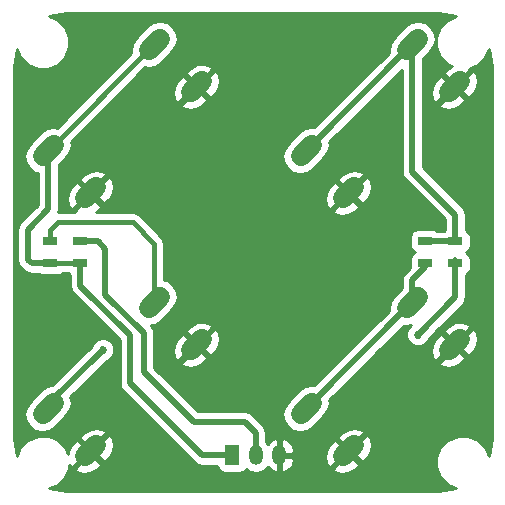
<source format=gtl>
%TF.GenerationSoftware,KiCad,Pcbnew,4.0.7*%
%TF.CreationDate,2018-07-15T20:14:49+02:00*%
%TF.ProjectId,KeyPad,4B65795061642E6B696361645F706362,v1.0*%
%TF.FileFunction,Copper,L1,Top,Signal*%
%FSLAX46Y46*%
G04 Gerber Fmt 4.6, Leading zero omitted, Abs format (unit mm)*
G04 Created by KiCad (PCBNEW 4.0.7) date 07/15/18 20:14:49*
%MOMM*%
%LPD*%
G01*
G04 APERTURE LIST*
%ADD10C,0.127000*%
%ADD11C,1.727200*%
%ADD12R,1.200000X1.700000*%
%ADD13O,1.200000X1.700000*%
%ADD14R,1.300000X0.700000*%
%ADD15C,0.685800*%
%ADD16C,0.500000*%
%ADD17C,0.400000*%
%ADD18C,0.254000*%
G04 APERTURE END LIST*
D10*
D11*
X32580104Y-2308794D02*
X33514050Y-1374848D01*
X36172206Y-5900896D02*
X37106152Y-4966950D01*
X23599848Y-11289050D02*
X24533794Y-10355104D01*
X27191950Y-14881152D02*
X28125896Y-13947206D01*
X10736104Y-2308794D02*
X11670050Y-1374848D01*
X14328206Y-5900896D02*
X15262152Y-4966950D01*
X1755848Y-11289050D02*
X2689794Y-10355104D01*
X5347950Y-14881152D02*
X6281896Y-13947206D01*
D12*
X17805400Y-36626800D03*
D13*
X19805400Y-36626800D03*
X21805400Y-36626800D03*
D14*
X4953000Y-18481000D03*
X4953000Y-20381000D03*
X2413000Y-20381000D03*
X2413000Y-18481000D03*
X36703000Y-20381000D03*
X36703000Y-18481000D03*
X34163000Y-18481000D03*
X34163000Y-20381000D03*
D11*
X10736104Y-24152794D02*
X11670050Y-23218848D01*
X14328206Y-27744896D02*
X15262152Y-26810950D01*
X1755848Y-33133050D02*
X2689794Y-32199104D01*
X5347950Y-36725152D02*
X6281896Y-35791206D01*
X32580104Y-24152794D02*
X33514050Y-23218848D01*
X36172206Y-27744896D02*
X37106152Y-26810950D01*
X23599848Y-33133050D02*
X24533794Y-32199104D01*
X27191950Y-36725152D02*
X28125896Y-35791206D01*
D15*
X33528000Y-26416000D03*
X6858000Y-27686000D03*
D16*
X19805400Y-36626800D02*
X19805400Y-34715200D01*
X6416000Y-18481000D02*
X4953000Y-18481000D01*
X7086600Y-19151600D02*
X6416000Y-18481000D01*
X7086600Y-23012400D02*
X7086600Y-19151600D01*
X10337800Y-26263600D02*
X7086600Y-23012400D01*
X10337800Y-29565600D02*
X10337800Y-26263600D01*
X14554200Y-33782000D02*
X10337800Y-29565600D01*
X18872200Y-33782000D02*
X14554200Y-33782000D01*
X19805400Y-34715200D02*
X18872200Y-33782000D01*
X36703000Y-20381000D02*
X36703000Y-23241000D01*
X36703000Y-23241000D02*
X33528000Y-26416000D01*
X36703000Y-20381000D02*
X36703000Y-20066000D01*
X2222821Y-32666077D02*
X2222821Y-32321179D01*
X2222821Y-32321179D02*
X6858000Y-27686000D01*
D17*
X2413000Y-18481000D02*
X2413000Y-17526000D01*
X11203077Y-18696077D02*
X11203077Y-19431000D01*
X11203077Y-19431000D02*
X11203077Y-20701000D01*
X11203077Y-20701000D02*
X11203077Y-23685821D01*
X9398000Y-16891000D02*
X11203077Y-18696077D01*
X3048000Y-16891000D02*
X9398000Y-16891000D01*
X2413000Y-17526000D02*
X3048000Y-16891000D01*
D16*
X24066821Y-10822077D02*
X33047077Y-1841821D01*
X36703000Y-18481000D02*
X34163000Y-18481000D01*
X33047077Y-1841821D02*
X33047077Y-12600077D01*
X36703000Y-16256000D02*
X36703000Y-18481000D01*
X33047077Y-12600077D02*
X36703000Y-16256000D01*
X33047077Y-23685821D02*
X33047077Y-21816923D01*
X33047077Y-21816923D02*
X34163000Y-20701000D01*
X34163000Y-20701000D02*
X34163000Y-20381000D01*
X24066821Y-32666077D02*
X33047077Y-23685821D01*
X17805400Y-36626800D02*
X15265400Y-36626800D01*
X4953000Y-22250400D02*
X4953000Y-20381000D01*
X9169400Y-26466800D02*
X4953000Y-22250400D01*
X9169400Y-30530800D02*
X9169400Y-26466800D01*
X15265400Y-36626800D02*
X9169400Y-30530800D01*
X823000Y-20381000D02*
X2413000Y-20381000D01*
X508000Y-20066000D02*
X823000Y-20381000D01*
X508000Y-17526000D02*
X508000Y-20066000D01*
D17*
X2413000Y-20381000D02*
X4953000Y-20381000D01*
D16*
X2222821Y-15811179D02*
X508000Y-17526000D01*
X2222821Y-10822077D02*
X2222821Y-15811179D01*
D17*
X2222821Y-10822077D02*
X11203077Y-1841821D01*
D18*
G36*
X36791710Y541551D02*
X36073628Y244845D01*
X35444364Y-383321D01*
X35103389Y-1204481D01*
X35102613Y-2093619D01*
X35442155Y-2915372D01*
X36070321Y-3544636D01*
X36390006Y-3677381D01*
X36136285Y-3817477D01*
X35669311Y-4284450D01*
X36639179Y-5254318D01*
X37959501Y-3933996D01*
X37925728Y-3826429D01*
X38602372Y-3546845D01*
X39231636Y-2918679D01*
X39530756Y-2198318D01*
X39814500Y-3624794D01*
X39814500Y-35237206D01*
X39530551Y-36664710D01*
X39233845Y-35946628D01*
X38605679Y-35317364D01*
X37784519Y-34976389D01*
X36895381Y-34975613D01*
X36073628Y-35315155D01*
X35444364Y-35943321D01*
X35103389Y-36764481D01*
X35102613Y-37653619D01*
X35442155Y-38475372D01*
X36070321Y-39104636D01*
X36790682Y-39403756D01*
X35364201Y-39687500D01*
X3751794Y-39687500D01*
X2324290Y-39403551D01*
X3042372Y-39106845D01*
X3671636Y-38478679D01*
X3970843Y-37758106D01*
X4494601Y-37758106D01*
X4573009Y-38007833D01*
X4657128Y-38061078D01*
X5220950Y-38223753D01*
X5804106Y-38158279D01*
X6317817Y-37874625D01*
X6784791Y-37407652D01*
X5814923Y-36437784D01*
X4494601Y-37758106D01*
X3970843Y-37758106D01*
X4012611Y-37657519D01*
X4012821Y-37417233D01*
X4065269Y-37500093D01*
X4314996Y-37578501D01*
X5635318Y-36258179D01*
X5994528Y-36258179D01*
X6964396Y-37228047D01*
X7431369Y-36761073D01*
X7715023Y-36247362D01*
X7780497Y-35664206D01*
X7617822Y-35100384D01*
X7564577Y-35016265D01*
X7314850Y-34937857D01*
X5994528Y-36258179D01*
X5635318Y-36258179D01*
X4665450Y-35288311D01*
X4198477Y-35755285D01*
X3914823Y-36268996D01*
X3891794Y-36474105D01*
X3673845Y-35946628D01*
X3045679Y-35317364D01*
X2543175Y-35108706D01*
X4845055Y-35108706D01*
X5814923Y-36078574D01*
X7135245Y-34758252D01*
X7056837Y-34508525D01*
X6972718Y-34455280D01*
X6408896Y-34292605D01*
X5825740Y-34358079D01*
X5312029Y-34641733D01*
X4845055Y-35108706D01*
X2543175Y-35108706D01*
X2224519Y-34976389D01*
X1335381Y-34975613D01*
X513628Y-35315155D01*
X-115636Y-35943321D01*
X-414756Y-36663682D01*
X-698500Y-35237201D01*
X-698500Y-33162959D01*
X227339Y-33162959D01*
X341413Y-33736449D01*
X666269Y-34222629D01*
X1152449Y-34547485D01*
X1725939Y-34661559D01*
X2299429Y-34547485D01*
X2785609Y-34222629D01*
X3779374Y-33228865D01*
X4104229Y-32742684D01*
X4218303Y-32169195D01*
X4120098Y-31675482D01*
X7187733Y-28607846D01*
X7411212Y-28515507D01*
X7686540Y-28240659D01*
X7835730Y-27881370D01*
X7836069Y-27492337D01*
X7687507Y-27132788D01*
X7412659Y-26857460D01*
X7053370Y-26708270D01*
X6664337Y-26707931D01*
X6304788Y-26856493D01*
X6029460Y-27131341D01*
X5935997Y-27356423D01*
X2597522Y-30694898D01*
X2146214Y-30784669D01*
X1660033Y-31109524D01*
X666269Y-32103289D01*
X341413Y-32589469D01*
X227339Y-33162959D01*
X-698500Y-33162959D01*
X-698500Y-17526000D01*
X-377001Y-17526000D01*
X-377000Y-17526005D01*
X-377000Y-20065995D01*
X-377001Y-20066000D01*
X-320810Y-20348484D01*
X-309633Y-20404675D01*
X-117790Y-20691790D01*
X197208Y-21006787D01*
X197210Y-21006790D01*
X484325Y-21198633D01*
X823000Y-21266001D01*
X823005Y-21266000D01*
X1421203Y-21266000D01*
X1511110Y-21327431D01*
X1763000Y-21378440D01*
X3063000Y-21378440D01*
X3298317Y-21334162D01*
X3481946Y-21216000D01*
X3888025Y-21216000D01*
X4051110Y-21327431D01*
X4068000Y-21330851D01*
X4068000Y-22250395D01*
X4067999Y-22250400D01*
X4124190Y-22532884D01*
X4135367Y-22589075D01*
X4191929Y-22673726D01*
X4327210Y-22876190D01*
X8284400Y-26833379D01*
X8284400Y-30530795D01*
X8284399Y-30530800D01*
X8312207Y-30670595D01*
X8351767Y-30869475D01*
X8512162Y-31109524D01*
X8543610Y-31156590D01*
X14639608Y-37252587D01*
X14639610Y-37252590D01*
X14926725Y-37444433D01*
X14982916Y-37455610D01*
X15265400Y-37511801D01*
X15265405Y-37511800D01*
X16564546Y-37511800D01*
X16602238Y-37712117D01*
X16741310Y-37928241D01*
X16953510Y-38073231D01*
X17205400Y-38124240D01*
X18405400Y-38124240D01*
X18640717Y-38079962D01*
X18856841Y-37940890D01*
X18956301Y-37795325D01*
X19332786Y-38046884D01*
X19805400Y-38140893D01*
X20278014Y-38046884D01*
X20678677Y-37779170D01*
X20807810Y-37585909D01*
X20976275Y-37808733D01*
X21396024Y-38055086D01*
X21487791Y-38070262D01*
X21678400Y-37945531D01*
X21678400Y-36753800D01*
X21932400Y-36753800D01*
X21932400Y-37945531D01*
X22123009Y-38070262D01*
X22214776Y-38055086D01*
X22634525Y-37808733D01*
X22672801Y-37758106D01*
X26338601Y-37758106D01*
X26417009Y-38007833D01*
X26501128Y-38061078D01*
X27064950Y-38223753D01*
X27648106Y-38158279D01*
X28161817Y-37874625D01*
X28628791Y-37407652D01*
X27658923Y-36437784D01*
X26338601Y-37758106D01*
X22672801Y-37758106D01*
X22928047Y-37420501D01*
X23050656Y-36949496D01*
X22969721Y-36852152D01*
X25693349Y-36852152D01*
X25856024Y-37415974D01*
X25909269Y-37500093D01*
X26158996Y-37578501D01*
X27479318Y-36258179D01*
X27838528Y-36258179D01*
X28808396Y-37228047D01*
X29275369Y-36761073D01*
X29559023Y-36247362D01*
X29624497Y-35664206D01*
X29461822Y-35100384D01*
X29408577Y-35016265D01*
X29158850Y-34937857D01*
X27838528Y-36258179D01*
X27479318Y-36258179D01*
X26509450Y-35288311D01*
X26042477Y-35755285D01*
X25758823Y-36268996D01*
X25693349Y-36852152D01*
X22969721Y-36852152D01*
X22887947Y-36753800D01*
X21932400Y-36753800D01*
X21678400Y-36753800D01*
X21658400Y-36753800D01*
X21658400Y-36499800D01*
X21678400Y-36499800D01*
X21678400Y-35308069D01*
X21932400Y-35308069D01*
X21932400Y-36499800D01*
X22887947Y-36499800D01*
X23050656Y-36304104D01*
X22928047Y-35833099D01*
X22634525Y-35444867D01*
X22214776Y-35198514D01*
X22123009Y-35183338D01*
X21932400Y-35308069D01*
X21678400Y-35308069D01*
X21487791Y-35183338D01*
X21396024Y-35198514D01*
X20976275Y-35444867D01*
X20807810Y-35667691D01*
X20690400Y-35491975D01*
X20690400Y-35108706D01*
X26689055Y-35108706D01*
X27658923Y-36078574D01*
X28979245Y-34758252D01*
X28900837Y-34508525D01*
X28816718Y-34455280D01*
X28252896Y-34292605D01*
X27669740Y-34358079D01*
X27156029Y-34641733D01*
X26689055Y-35108706D01*
X20690400Y-35108706D01*
X20690400Y-34715205D01*
X20690401Y-34715200D01*
X20623033Y-34376525D01*
X20610708Y-34358079D01*
X20431190Y-34089410D01*
X20431187Y-34089408D01*
X19497990Y-33156210D01*
X19471952Y-33138812D01*
X19210875Y-32964367D01*
X19123410Y-32946969D01*
X18872200Y-32896999D01*
X18872195Y-32897000D01*
X14920779Y-32897000D01*
X11222800Y-29199020D01*
X11222800Y-28777850D01*
X13474857Y-28777850D01*
X13553265Y-29027577D01*
X13637384Y-29080822D01*
X14201206Y-29243497D01*
X14784362Y-29178023D01*
X15298073Y-28894369D01*
X15765047Y-28427396D01*
X14795179Y-27457528D01*
X13474857Y-28777850D01*
X11222800Y-28777850D01*
X11222800Y-27871896D01*
X12829605Y-27871896D01*
X12992280Y-28435718D01*
X13045525Y-28519837D01*
X13295252Y-28598245D01*
X14615574Y-27277923D01*
X14974784Y-27277923D01*
X15944652Y-28247791D01*
X16411625Y-27780817D01*
X16695279Y-27267106D01*
X16760753Y-26683950D01*
X16598078Y-26120128D01*
X16544833Y-26036009D01*
X16295106Y-25957601D01*
X14974784Y-27277923D01*
X14615574Y-27277923D01*
X13645706Y-26308055D01*
X13178733Y-26775029D01*
X12895079Y-27288740D01*
X12829605Y-27871896D01*
X11222800Y-27871896D01*
X11222800Y-26263605D01*
X11222801Y-26263600D01*
X11195918Y-26128450D01*
X13825311Y-26128450D01*
X14795179Y-27098318D01*
X16115501Y-25777996D01*
X16037093Y-25528269D01*
X15952974Y-25475024D01*
X15389152Y-25312349D01*
X14805996Y-25377823D01*
X14292285Y-25661477D01*
X13825311Y-26128450D01*
X11195918Y-26128450D01*
X11155433Y-25924925D01*
X10963590Y-25637810D01*
X10963587Y-25637808D01*
X10957162Y-25631383D01*
X11279685Y-25567229D01*
X11765865Y-25242373D01*
X12759630Y-24248609D01*
X13084485Y-23762428D01*
X13198559Y-23188939D01*
X13084485Y-22615449D01*
X12759630Y-22129268D01*
X12273449Y-21804413D01*
X12038077Y-21757595D01*
X12038077Y-18696077D01*
X11974516Y-18376536D01*
X11793511Y-18105643D01*
X9988434Y-16300566D01*
X9863485Y-16217078D01*
X9717541Y-16119561D01*
X9398000Y-16056000D01*
X6271862Y-16056000D01*
X6317817Y-16030625D01*
X6434336Y-15914106D01*
X26338601Y-15914106D01*
X26417009Y-16163833D01*
X26501128Y-16217078D01*
X27064950Y-16379753D01*
X27648106Y-16314279D01*
X28161817Y-16030625D01*
X28628791Y-15563652D01*
X27658923Y-14593784D01*
X26338601Y-15914106D01*
X6434336Y-15914106D01*
X6784791Y-15563652D01*
X5814923Y-14593784D01*
X4494601Y-15914106D01*
X4539152Y-16056000D01*
X3059123Y-16056000D01*
X3107822Y-15811179D01*
X3107821Y-15811174D01*
X3107821Y-15008152D01*
X3849349Y-15008152D01*
X4012024Y-15571974D01*
X4065269Y-15656093D01*
X4314996Y-15734501D01*
X5635318Y-14414179D01*
X5994528Y-14414179D01*
X6964396Y-15384047D01*
X7340290Y-15008152D01*
X25693349Y-15008152D01*
X25856024Y-15571974D01*
X25909269Y-15656093D01*
X26158996Y-15734501D01*
X27479318Y-14414179D01*
X27838528Y-14414179D01*
X28808396Y-15384047D01*
X29275369Y-14917073D01*
X29559023Y-14403362D01*
X29624497Y-13820206D01*
X29461822Y-13256384D01*
X29408577Y-13172265D01*
X29158850Y-13093857D01*
X27838528Y-14414179D01*
X27479318Y-14414179D01*
X26509450Y-13444311D01*
X26042477Y-13911285D01*
X25758823Y-14424996D01*
X25693349Y-15008152D01*
X7340290Y-15008152D01*
X7431369Y-14917073D01*
X7715023Y-14403362D01*
X7780497Y-13820206D01*
X7620224Y-13264706D01*
X26689055Y-13264706D01*
X27658923Y-14234574D01*
X28979245Y-12914252D01*
X28900837Y-12664525D01*
X28816718Y-12611280D01*
X28252896Y-12448605D01*
X27669740Y-12514079D01*
X27156029Y-12797733D01*
X26689055Y-13264706D01*
X7620224Y-13264706D01*
X7617822Y-13256384D01*
X7564577Y-13172265D01*
X7314850Y-13093857D01*
X5994528Y-14414179D01*
X5635318Y-14414179D01*
X4665450Y-13444311D01*
X4198477Y-13911285D01*
X3914823Y-14424996D01*
X3849349Y-15008152D01*
X3107821Y-15008152D01*
X3107821Y-13264706D01*
X4845055Y-13264706D01*
X5814923Y-14234574D01*
X7135245Y-12914252D01*
X7056837Y-12664525D01*
X6972718Y-12611280D01*
X6408896Y-12448605D01*
X5825740Y-12514079D01*
X5312029Y-12797733D01*
X4845055Y-13264706D01*
X3107821Y-13264706D01*
X3107821Y-12056417D01*
X3779374Y-11384865D01*
X3823410Y-11318959D01*
X22071339Y-11318959D01*
X22185413Y-11892449D01*
X22510269Y-12378629D01*
X22996449Y-12703485D01*
X23569939Y-12817559D01*
X24143429Y-12703485D01*
X24629609Y-12378629D01*
X25623374Y-11384865D01*
X25948229Y-10898684D01*
X26062303Y-10325195D01*
X26021320Y-10119158D01*
X32162077Y-3978400D01*
X32162077Y-12600072D01*
X32162076Y-12600077D01*
X32182646Y-12703485D01*
X32229444Y-12938752D01*
X32421287Y-13225867D01*
X35818000Y-16622579D01*
X35818000Y-17527778D01*
X35817683Y-17527838D01*
X35711756Y-17596000D01*
X35154797Y-17596000D01*
X35064890Y-17534569D01*
X34813000Y-17483560D01*
X33513000Y-17483560D01*
X33277683Y-17527838D01*
X33061559Y-17666910D01*
X32916569Y-17879110D01*
X32865560Y-18131000D01*
X32865560Y-18831000D01*
X32909838Y-19066317D01*
X33048910Y-19282441D01*
X33261110Y-19427431D01*
X33274197Y-19430081D01*
X33061559Y-19566910D01*
X32916569Y-19779110D01*
X32865560Y-20031000D01*
X32865560Y-20731000D01*
X32868072Y-20744349D01*
X32421287Y-21191133D01*
X32229444Y-21478248D01*
X32229444Y-21478249D01*
X32162076Y-21816923D01*
X32162077Y-21816928D01*
X32162077Y-22451480D01*
X31490525Y-23123033D01*
X31165669Y-23609213D01*
X31051595Y-24182703D01*
X31092578Y-24388741D01*
X24769740Y-30711578D01*
X24563703Y-30670595D01*
X23990214Y-30784669D01*
X23504033Y-31109524D01*
X22510269Y-32103289D01*
X22185413Y-32589469D01*
X22071339Y-33162959D01*
X22185413Y-33736449D01*
X22510269Y-34222629D01*
X22996449Y-34547485D01*
X23569939Y-34661559D01*
X24143429Y-34547485D01*
X24629609Y-34222629D01*
X25623374Y-33228865D01*
X25948229Y-32742684D01*
X26062303Y-32169195D01*
X26021320Y-31963158D01*
X29206627Y-28777850D01*
X35318857Y-28777850D01*
X35397265Y-29027577D01*
X35481384Y-29080822D01*
X36045206Y-29243497D01*
X36628362Y-29178023D01*
X37142073Y-28894369D01*
X37609047Y-28427396D01*
X36639179Y-27457528D01*
X35318857Y-28777850D01*
X29206627Y-28777850D01*
X30112581Y-27871896D01*
X34673605Y-27871896D01*
X34836280Y-28435718D01*
X34889525Y-28519837D01*
X35139252Y-28598245D01*
X36459574Y-27277923D01*
X36818784Y-27277923D01*
X37788652Y-28247791D01*
X38255625Y-27780817D01*
X38539279Y-27267106D01*
X38604753Y-26683950D01*
X38442078Y-26120128D01*
X38388833Y-26036009D01*
X38139106Y-25957601D01*
X36818784Y-27277923D01*
X36459574Y-27277923D01*
X35489706Y-26308055D01*
X35022733Y-26775029D01*
X34739079Y-27288740D01*
X34673605Y-27871896D01*
X30112581Y-27871896D01*
X32344157Y-25640320D01*
X32550195Y-25681303D01*
X32961836Y-25599423D01*
X32699460Y-25861341D01*
X32550270Y-26220630D01*
X32549931Y-26609663D01*
X32698493Y-26969212D01*
X32973341Y-27244540D01*
X33332630Y-27393730D01*
X33721663Y-27394069D01*
X34081212Y-27245507D01*
X34356540Y-26970659D01*
X34450002Y-26745578D01*
X35067129Y-26128450D01*
X35669311Y-26128450D01*
X36639179Y-27098318D01*
X37959501Y-25777996D01*
X37881093Y-25528269D01*
X37796974Y-25475024D01*
X37233152Y-25312349D01*
X36649996Y-25377823D01*
X36136285Y-25661477D01*
X35669311Y-26128450D01*
X35067129Y-26128450D01*
X37328787Y-23866792D01*
X37328790Y-23866790D01*
X37520633Y-23579675D01*
X37566105Y-23351074D01*
X37588001Y-23241000D01*
X37588000Y-23240995D01*
X37588000Y-21334222D01*
X37588317Y-21334162D01*
X37804441Y-21195090D01*
X37949431Y-20982890D01*
X38000440Y-20731000D01*
X38000440Y-20031000D01*
X37956162Y-19795683D01*
X37817090Y-19579559D01*
X37604890Y-19434569D01*
X37591803Y-19431919D01*
X37804441Y-19295090D01*
X37949431Y-19082890D01*
X38000440Y-18831000D01*
X38000440Y-18131000D01*
X37956162Y-17895683D01*
X37817090Y-17679559D01*
X37604890Y-17534569D01*
X37588000Y-17531149D01*
X37588000Y-16256005D01*
X37588001Y-16256000D01*
X37520633Y-15917326D01*
X37520633Y-15917325D01*
X37328790Y-15630210D01*
X37328787Y-15630208D01*
X33932077Y-12233497D01*
X33932077Y-6933850D01*
X35318857Y-6933850D01*
X35397265Y-7183577D01*
X35481384Y-7236822D01*
X36045206Y-7399497D01*
X36628362Y-7334023D01*
X37142073Y-7050369D01*
X37609047Y-6583396D01*
X36639179Y-5613528D01*
X35318857Y-6933850D01*
X33932077Y-6933850D01*
X33932077Y-6027896D01*
X34673605Y-6027896D01*
X34836280Y-6591718D01*
X34889525Y-6675837D01*
X35139252Y-6754245D01*
X36459574Y-5433923D01*
X36818784Y-5433923D01*
X37788652Y-6403791D01*
X38255625Y-5936817D01*
X38539279Y-5423106D01*
X38604753Y-4839950D01*
X38442078Y-4276128D01*
X38388833Y-4192009D01*
X38139106Y-4113601D01*
X36818784Y-5433923D01*
X36459574Y-5433923D01*
X35489706Y-4464055D01*
X35022733Y-4931029D01*
X34739079Y-5444740D01*
X34673605Y-6027896D01*
X33932077Y-6027896D01*
X33932077Y-3076161D01*
X34603630Y-2404609D01*
X34928485Y-1918428D01*
X35042559Y-1344939D01*
X34928485Y-771449D01*
X34603630Y-285268D01*
X34117449Y39587D01*
X33543959Y153661D01*
X32970470Y39587D01*
X32484289Y-285268D01*
X31490525Y-1279033D01*
X31165669Y-1765213D01*
X31051595Y-2338703D01*
X31092578Y-2544741D01*
X24769740Y-8867578D01*
X24563703Y-8826595D01*
X23990214Y-8940669D01*
X23504033Y-9265524D01*
X22510269Y-10259289D01*
X22185413Y-10745469D01*
X22071339Y-11318959D01*
X3823410Y-11318959D01*
X4104229Y-10898684D01*
X4218303Y-10325195D01*
X4165588Y-10060178D01*
X7291916Y-6933850D01*
X13474857Y-6933850D01*
X13553265Y-7183577D01*
X13637384Y-7236822D01*
X14201206Y-7399497D01*
X14784362Y-7334023D01*
X15298073Y-7050369D01*
X15765047Y-6583396D01*
X14795179Y-5613528D01*
X13474857Y-6933850D01*
X7291916Y-6933850D01*
X8197870Y-6027896D01*
X12829605Y-6027896D01*
X12992280Y-6591718D01*
X13045525Y-6675837D01*
X13295252Y-6754245D01*
X14615574Y-5433923D01*
X14974784Y-5433923D01*
X15944652Y-6403791D01*
X16411625Y-5936817D01*
X16695279Y-5423106D01*
X16760753Y-4839950D01*
X16598078Y-4276128D01*
X16544833Y-4192009D01*
X16295106Y-4113601D01*
X14974784Y-5433923D01*
X14615574Y-5433923D01*
X13645706Y-4464055D01*
X13178733Y-4931029D01*
X12895079Y-5444740D01*
X12829605Y-6027896D01*
X8197870Y-6027896D01*
X9941316Y-4284450D01*
X13825311Y-4284450D01*
X14795179Y-5254318D01*
X16115501Y-3933996D01*
X16037093Y-3684269D01*
X15952974Y-3631024D01*
X15389152Y-3468349D01*
X14805996Y-3533823D01*
X14292285Y-3817477D01*
X13825311Y-4284450D01*
X9941316Y-4284450D01*
X10441178Y-3784588D01*
X10706195Y-3837303D01*
X11279685Y-3723229D01*
X11765865Y-3398373D01*
X12759630Y-2404609D01*
X13084485Y-1918428D01*
X13198559Y-1344939D01*
X13084485Y-771449D01*
X12759630Y-285268D01*
X12273449Y39587D01*
X11699959Y153661D01*
X11126470Y39587D01*
X10640289Y-285268D01*
X9646525Y-1279033D01*
X9321669Y-1765213D01*
X9207595Y-2338703D01*
X9260310Y-2603720D01*
X2984720Y-8879310D01*
X2719703Y-8826595D01*
X2146214Y-8940669D01*
X1660033Y-9265524D01*
X666269Y-10259289D01*
X341413Y-10745469D01*
X227339Y-11318959D01*
X341413Y-11892449D01*
X666269Y-12378629D01*
X1152449Y-12703485D01*
X1337821Y-12740358D01*
X1337821Y-15444600D01*
X-117790Y-16900210D01*
X-309633Y-17187325D01*
X-309633Y-17187326D01*
X-377001Y-17526000D01*
X-698500Y-17526000D01*
X-698500Y-3624799D01*
X-414551Y-2197290D01*
X-117845Y-2915372D01*
X510321Y-3544636D01*
X1331481Y-3885611D01*
X2220619Y-3886387D01*
X3042372Y-3546845D01*
X3671636Y-2918679D01*
X4012611Y-2097519D01*
X4013387Y-1208381D01*
X3673845Y-386628D01*
X3045679Y242636D01*
X2325318Y541756D01*
X3751794Y825500D01*
X35364201Y825500D01*
X36791710Y541551D01*
X36791710Y541551D01*
G37*
X36791710Y541551D02*
X36073628Y244845D01*
X35444364Y-383321D01*
X35103389Y-1204481D01*
X35102613Y-2093619D01*
X35442155Y-2915372D01*
X36070321Y-3544636D01*
X36390006Y-3677381D01*
X36136285Y-3817477D01*
X35669311Y-4284450D01*
X36639179Y-5254318D01*
X37959501Y-3933996D01*
X37925728Y-3826429D01*
X38602372Y-3546845D01*
X39231636Y-2918679D01*
X39530756Y-2198318D01*
X39814500Y-3624794D01*
X39814500Y-35237206D01*
X39530551Y-36664710D01*
X39233845Y-35946628D01*
X38605679Y-35317364D01*
X37784519Y-34976389D01*
X36895381Y-34975613D01*
X36073628Y-35315155D01*
X35444364Y-35943321D01*
X35103389Y-36764481D01*
X35102613Y-37653619D01*
X35442155Y-38475372D01*
X36070321Y-39104636D01*
X36790682Y-39403756D01*
X35364201Y-39687500D01*
X3751794Y-39687500D01*
X2324290Y-39403551D01*
X3042372Y-39106845D01*
X3671636Y-38478679D01*
X3970843Y-37758106D01*
X4494601Y-37758106D01*
X4573009Y-38007833D01*
X4657128Y-38061078D01*
X5220950Y-38223753D01*
X5804106Y-38158279D01*
X6317817Y-37874625D01*
X6784791Y-37407652D01*
X5814923Y-36437784D01*
X4494601Y-37758106D01*
X3970843Y-37758106D01*
X4012611Y-37657519D01*
X4012821Y-37417233D01*
X4065269Y-37500093D01*
X4314996Y-37578501D01*
X5635318Y-36258179D01*
X5994528Y-36258179D01*
X6964396Y-37228047D01*
X7431369Y-36761073D01*
X7715023Y-36247362D01*
X7780497Y-35664206D01*
X7617822Y-35100384D01*
X7564577Y-35016265D01*
X7314850Y-34937857D01*
X5994528Y-36258179D01*
X5635318Y-36258179D01*
X4665450Y-35288311D01*
X4198477Y-35755285D01*
X3914823Y-36268996D01*
X3891794Y-36474105D01*
X3673845Y-35946628D01*
X3045679Y-35317364D01*
X2543175Y-35108706D01*
X4845055Y-35108706D01*
X5814923Y-36078574D01*
X7135245Y-34758252D01*
X7056837Y-34508525D01*
X6972718Y-34455280D01*
X6408896Y-34292605D01*
X5825740Y-34358079D01*
X5312029Y-34641733D01*
X4845055Y-35108706D01*
X2543175Y-35108706D01*
X2224519Y-34976389D01*
X1335381Y-34975613D01*
X513628Y-35315155D01*
X-115636Y-35943321D01*
X-414756Y-36663682D01*
X-698500Y-35237201D01*
X-698500Y-33162959D01*
X227339Y-33162959D01*
X341413Y-33736449D01*
X666269Y-34222629D01*
X1152449Y-34547485D01*
X1725939Y-34661559D01*
X2299429Y-34547485D01*
X2785609Y-34222629D01*
X3779374Y-33228865D01*
X4104229Y-32742684D01*
X4218303Y-32169195D01*
X4120098Y-31675482D01*
X7187733Y-28607846D01*
X7411212Y-28515507D01*
X7686540Y-28240659D01*
X7835730Y-27881370D01*
X7836069Y-27492337D01*
X7687507Y-27132788D01*
X7412659Y-26857460D01*
X7053370Y-26708270D01*
X6664337Y-26707931D01*
X6304788Y-26856493D01*
X6029460Y-27131341D01*
X5935997Y-27356423D01*
X2597522Y-30694898D01*
X2146214Y-30784669D01*
X1660033Y-31109524D01*
X666269Y-32103289D01*
X341413Y-32589469D01*
X227339Y-33162959D01*
X-698500Y-33162959D01*
X-698500Y-17526000D01*
X-377001Y-17526000D01*
X-377000Y-17526005D01*
X-377000Y-20065995D01*
X-377001Y-20066000D01*
X-320810Y-20348484D01*
X-309633Y-20404675D01*
X-117790Y-20691790D01*
X197208Y-21006787D01*
X197210Y-21006790D01*
X484325Y-21198633D01*
X823000Y-21266001D01*
X823005Y-21266000D01*
X1421203Y-21266000D01*
X1511110Y-21327431D01*
X1763000Y-21378440D01*
X3063000Y-21378440D01*
X3298317Y-21334162D01*
X3481946Y-21216000D01*
X3888025Y-21216000D01*
X4051110Y-21327431D01*
X4068000Y-21330851D01*
X4068000Y-22250395D01*
X4067999Y-22250400D01*
X4124190Y-22532884D01*
X4135367Y-22589075D01*
X4191929Y-22673726D01*
X4327210Y-22876190D01*
X8284400Y-26833379D01*
X8284400Y-30530795D01*
X8284399Y-30530800D01*
X8312207Y-30670595D01*
X8351767Y-30869475D01*
X8512162Y-31109524D01*
X8543610Y-31156590D01*
X14639608Y-37252587D01*
X14639610Y-37252590D01*
X14926725Y-37444433D01*
X14982916Y-37455610D01*
X15265400Y-37511801D01*
X15265405Y-37511800D01*
X16564546Y-37511800D01*
X16602238Y-37712117D01*
X16741310Y-37928241D01*
X16953510Y-38073231D01*
X17205400Y-38124240D01*
X18405400Y-38124240D01*
X18640717Y-38079962D01*
X18856841Y-37940890D01*
X18956301Y-37795325D01*
X19332786Y-38046884D01*
X19805400Y-38140893D01*
X20278014Y-38046884D01*
X20678677Y-37779170D01*
X20807810Y-37585909D01*
X20976275Y-37808733D01*
X21396024Y-38055086D01*
X21487791Y-38070262D01*
X21678400Y-37945531D01*
X21678400Y-36753800D01*
X21932400Y-36753800D01*
X21932400Y-37945531D01*
X22123009Y-38070262D01*
X22214776Y-38055086D01*
X22634525Y-37808733D01*
X22672801Y-37758106D01*
X26338601Y-37758106D01*
X26417009Y-38007833D01*
X26501128Y-38061078D01*
X27064950Y-38223753D01*
X27648106Y-38158279D01*
X28161817Y-37874625D01*
X28628791Y-37407652D01*
X27658923Y-36437784D01*
X26338601Y-37758106D01*
X22672801Y-37758106D01*
X22928047Y-37420501D01*
X23050656Y-36949496D01*
X22969721Y-36852152D01*
X25693349Y-36852152D01*
X25856024Y-37415974D01*
X25909269Y-37500093D01*
X26158996Y-37578501D01*
X27479318Y-36258179D01*
X27838528Y-36258179D01*
X28808396Y-37228047D01*
X29275369Y-36761073D01*
X29559023Y-36247362D01*
X29624497Y-35664206D01*
X29461822Y-35100384D01*
X29408577Y-35016265D01*
X29158850Y-34937857D01*
X27838528Y-36258179D01*
X27479318Y-36258179D01*
X26509450Y-35288311D01*
X26042477Y-35755285D01*
X25758823Y-36268996D01*
X25693349Y-36852152D01*
X22969721Y-36852152D01*
X22887947Y-36753800D01*
X21932400Y-36753800D01*
X21678400Y-36753800D01*
X21658400Y-36753800D01*
X21658400Y-36499800D01*
X21678400Y-36499800D01*
X21678400Y-35308069D01*
X21932400Y-35308069D01*
X21932400Y-36499800D01*
X22887947Y-36499800D01*
X23050656Y-36304104D01*
X22928047Y-35833099D01*
X22634525Y-35444867D01*
X22214776Y-35198514D01*
X22123009Y-35183338D01*
X21932400Y-35308069D01*
X21678400Y-35308069D01*
X21487791Y-35183338D01*
X21396024Y-35198514D01*
X20976275Y-35444867D01*
X20807810Y-35667691D01*
X20690400Y-35491975D01*
X20690400Y-35108706D01*
X26689055Y-35108706D01*
X27658923Y-36078574D01*
X28979245Y-34758252D01*
X28900837Y-34508525D01*
X28816718Y-34455280D01*
X28252896Y-34292605D01*
X27669740Y-34358079D01*
X27156029Y-34641733D01*
X26689055Y-35108706D01*
X20690400Y-35108706D01*
X20690400Y-34715205D01*
X20690401Y-34715200D01*
X20623033Y-34376525D01*
X20610708Y-34358079D01*
X20431190Y-34089410D01*
X20431187Y-34089408D01*
X19497990Y-33156210D01*
X19471952Y-33138812D01*
X19210875Y-32964367D01*
X19123410Y-32946969D01*
X18872200Y-32896999D01*
X18872195Y-32897000D01*
X14920779Y-32897000D01*
X11222800Y-29199020D01*
X11222800Y-28777850D01*
X13474857Y-28777850D01*
X13553265Y-29027577D01*
X13637384Y-29080822D01*
X14201206Y-29243497D01*
X14784362Y-29178023D01*
X15298073Y-28894369D01*
X15765047Y-28427396D01*
X14795179Y-27457528D01*
X13474857Y-28777850D01*
X11222800Y-28777850D01*
X11222800Y-27871896D01*
X12829605Y-27871896D01*
X12992280Y-28435718D01*
X13045525Y-28519837D01*
X13295252Y-28598245D01*
X14615574Y-27277923D01*
X14974784Y-27277923D01*
X15944652Y-28247791D01*
X16411625Y-27780817D01*
X16695279Y-27267106D01*
X16760753Y-26683950D01*
X16598078Y-26120128D01*
X16544833Y-26036009D01*
X16295106Y-25957601D01*
X14974784Y-27277923D01*
X14615574Y-27277923D01*
X13645706Y-26308055D01*
X13178733Y-26775029D01*
X12895079Y-27288740D01*
X12829605Y-27871896D01*
X11222800Y-27871896D01*
X11222800Y-26263605D01*
X11222801Y-26263600D01*
X11195918Y-26128450D01*
X13825311Y-26128450D01*
X14795179Y-27098318D01*
X16115501Y-25777996D01*
X16037093Y-25528269D01*
X15952974Y-25475024D01*
X15389152Y-25312349D01*
X14805996Y-25377823D01*
X14292285Y-25661477D01*
X13825311Y-26128450D01*
X11195918Y-26128450D01*
X11155433Y-25924925D01*
X10963590Y-25637810D01*
X10963587Y-25637808D01*
X10957162Y-25631383D01*
X11279685Y-25567229D01*
X11765865Y-25242373D01*
X12759630Y-24248609D01*
X13084485Y-23762428D01*
X13198559Y-23188939D01*
X13084485Y-22615449D01*
X12759630Y-22129268D01*
X12273449Y-21804413D01*
X12038077Y-21757595D01*
X12038077Y-18696077D01*
X11974516Y-18376536D01*
X11793511Y-18105643D01*
X9988434Y-16300566D01*
X9863485Y-16217078D01*
X9717541Y-16119561D01*
X9398000Y-16056000D01*
X6271862Y-16056000D01*
X6317817Y-16030625D01*
X6434336Y-15914106D01*
X26338601Y-15914106D01*
X26417009Y-16163833D01*
X26501128Y-16217078D01*
X27064950Y-16379753D01*
X27648106Y-16314279D01*
X28161817Y-16030625D01*
X28628791Y-15563652D01*
X27658923Y-14593784D01*
X26338601Y-15914106D01*
X6434336Y-15914106D01*
X6784791Y-15563652D01*
X5814923Y-14593784D01*
X4494601Y-15914106D01*
X4539152Y-16056000D01*
X3059123Y-16056000D01*
X3107822Y-15811179D01*
X3107821Y-15811174D01*
X3107821Y-15008152D01*
X3849349Y-15008152D01*
X4012024Y-15571974D01*
X4065269Y-15656093D01*
X4314996Y-15734501D01*
X5635318Y-14414179D01*
X5994528Y-14414179D01*
X6964396Y-15384047D01*
X7340290Y-15008152D01*
X25693349Y-15008152D01*
X25856024Y-15571974D01*
X25909269Y-15656093D01*
X26158996Y-15734501D01*
X27479318Y-14414179D01*
X27838528Y-14414179D01*
X28808396Y-15384047D01*
X29275369Y-14917073D01*
X29559023Y-14403362D01*
X29624497Y-13820206D01*
X29461822Y-13256384D01*
X29408577Y-13172265D01*
X29158850Y-13093857D01*
X27838528Y-14414179D01*
X27479318Y-14414179D01*
X26509450Y-13444311D01*
X26042477Y-13911285D01*
X25758823Y-14424996D01*
X25693349Y-15008152D01*
X7340290Y-15008152D01*
X7431369Y-14917073D01*
X7715023Y-14403362D01*
X7780497Y-13820206D01*
X7620224Y-13264706D01*
X26689055Y-13264706D01*
X27658923Y-14234574D01*
X28979245Y-12914252D01*
X28900837Y-12664525D01*
X28816718Y-12611280D01*
X28252896Y-12448605D01*
X27669740Y-12514079D01*
X27156029Y-12797733D01*
X26689055Y-13264706D01*
X7620224Y-13264706D01*
X7617822Y-13256384D01*
X7564577Y-13172265D01*
X7314850Y-13093857D01*
X5994528Y-14414179D01*
X5635318Y-14414179D01*
X4665450Y-13444311D01*
X4198477Y-13911285D01*
X3914823Y-14424996D01*
X3849349Y-15008152D01*
X3107821Y-15008152D01*
X3107821Y-13264706D01*
X4845055Y-13264706D01*
X5814923Y-14234574D01*
X7135245Y-12914252D01*
X7056837Y-12664525D01*
X6972718Y-12611280D01*
X6408896Y-12448605D01*
X5825740Y-12514079D01*
X5312029Y-12797733D01*
X4845055Y-13264706D01*
X3107821Y-13264706D01*
X3107821Y-12056417D01*
X3779374Y-11384865D01*
X3823410Y-11318959D01*
X22071339Y-11318959D01*
X22185413Y-11892449D01*
X22510269Y-12378629D01*
X22996449Y-12703485D01*
X23569939Y-12817559D01*
X24143429Y-12703485D01*
X24629609Y-12378629D01*
X25623374Y-11384865D01*
X25948229Y-10898684D01*
X26062303Y-10325195D01*
X26021320Y-10119158D01*
X32162077Y-3978400D01*
X32162077Y-12600072D01*
X32162076Y-12600077D01*
X32182646Y-12703485D01*
X32229444Y-12938752D01*
X32421287Y-13225867D01*
X35818000Y-16622579D01*
X35818000Y-17527778D01*
X35817683Y-17527838D01*
X35711756Y-17596000D01*
X35154797Y-17596000D01*
X35064890Y-17534569D01*
X34813000Y-17483560D01*
X33513000Y-17483560D01*
X33277683Y-17527838D01*
X33061559Y-17666910D01*
X32916569Y-17879110D01*
X32865560Y-18131000D01*
X32865560Y-18831000D01*
X32909838Y-19066317D01*
X33048910Y-19282441D01*
X33261110Y-19427431D01*
X33274197Y-19430081D01*
X33061559Y-19566910D01*
X32916569Y-19779110D01*
X32865560Y-20031000D01*
X32865560Y-20731000D01*
X32868072Y-20744349D01*
X32421287Y-21191133D01*
X32229444Y-21478248D01*
X32229444Y-21478249D01*
X32162076Y-21816923D01*
X32162077Y-21816928D01*
X32162077Y-22451480D01*
X31490525Y-23123033D01*
X31165669Y-23609213D01*
X31051595Y-24182703D01*
X31092578Y-24388741D01*
X24769740Y-30711578D01*
X24563703Y-30670595D01*
X23990214Y-30784669D01*
X23504033Y-31109524D01*
X22510269Y-32103289D01*
X22185413Y-32589469D01*
X22071339Y-33162959D01*
X22185413Y-33736449D01*
X22510269Y-34222629D01*
X22996449Y-34547485D01*
X23569939Y-34661559D01*
X24143429Y-34547485D01*
X24629609Y-34222629D01*
X25623374Y-33228865D01*
X25948229Y-32742684D01*
X26062303Y-32169195D01*
X26021320Y-31963158D01*
X29206627Y-28777850D01*
X35318857Y-28777850D01*
X35397265Y-29027577D01*
X35481384Y-29080822D01*
X36045206Y-29243497D01*
X36628362Y-29178023D01*
X37142073Y-28894369D01*
X37609047Y-28427396D01*
X36639179Y-27457528D01*
X35318857Y-28777850D01*
X29206627Y-28777850D01*
X30112581Y-27871896D01*
X34673605Y-27871896D01*
X34836280Y-28435718D01*
X34889525Y-28519837D01*
X35139252Y-28598245D01*
X36459574Y-27277923D01*
X36818784Y-27277923D01*
X37788652Y-28247791D01*
X38255625Y-27780817D01*
X38539279Y-27267106D01*
X38604753Y-26683950D01*
X38442078Y-26120128D01*
X38388833Y-26036009D01*
X38139106Y-25957601D01*
X36818784Y-27277923D01*
X36459574Y-27277923D01*
X35489706Y-26308055D01*
X35022733Y-26775029D01*
X34739079Y-27288740D01*
X34673605Y-27871896D01*
X30112581Y-27871896D01*
X32344157Y-25640320D01*
X32550195Y-25681303D01*
X32961836Y-25599423D01*
X32699460Y-25861341D01*
X32550270Y-26220630D01*
X32549931Y-26609663D01*
X32698493Y-26969212D01*
X32973341Y-27244540D01*
X33332630Y-27393730D01*
X33721663Y-27394069D01*
X34081212Y-27245507D01*
X34356540Y-26970659D01*
X34450002Y-26745578D01*
X35067129Y-26128450D01*
X35669311Y-26128450D01*
X36639179Y-27098318D01*
X37959501Y-25777996D01*
X37881093Y-25528269D01*
X37796974Y-25475024D01*
X37233152Y-25312349D01*
X36649996Y-25377823D01*
X36136285Y-25661477D01*
X35669311Y-26128450D01*
X35067129Y-26128450D01*
X37328787Y-23866792D01*
X37328790Y-23866790D01*
X37520633Y-23579675D01*
X37566105Y-23351074D01*
X37588001Y-23241000D01*
X37588000Y-23240995D01*
X37588000Y-21334222D01*
X37588317Y-21334162D01*
X37804441Y-21195090D01*
X37949431Y-20982890D01*
X38000440Y-20731000D01*
X38000440Y-20031000D01*
X37956162Y-19795683D01*
X37817090Y-19579559D01*
X37604890Y-19434569D01*
X37591803Y-19431919D01*
X37804441Y-19295090D01*
X37949431Y-19082890D01*
X38000440Y-18831000D01*
X38000440Y-18131000D01*
X37956162Y-17895683D01*
X37817090Y-17679559D01*
X37604890Y-17534569D01*
X37588000Y-17531149D01*
X37588000Y-16256005D01*
X37588001Y-16256000D01*
X37520633Y-15917326D01*
X37520633Y-15917325D01*
X37328790Y-15630210D01*
X37328787Y-15630208D01*
X33932077Y-12233497D01*
X33932077Y-6933850D01*
X35318857Y-6933850D01*
X35397265Y-7183577D01*
X35481384Y-7236822D01*
X36045206Y-7399497D01*
X36628362Y-7334023D01*
X37142073Y-7050369D01*
X37609047Y-6583396D01*
X36639179Y-5613528D01*
X35318857Y-6933850D01*
X33932077Y-6933850D01*
X33932077Y-6027896D01*
X34673605Y-6027896D01*
X34836280Y-6591718D01*
X34889525Y-6675837D01*
X35139252Y-6754245D01*
X36459574Y-5433923D01*
X36818784Y-5433923D01*
X37788652Y-6403791D01*
X38255625Y-5936817D01*
X38539279Y-5423106D01*
X38604753Y-4839950D01*
X38442078Y-4276128D01*
X38388833Y-4192009D01*
X38139106Y-4113601D01*
X36818784Y-5433923D01*
X36459574Y-5433923D01*
X35489706Y-4464055D01*
X35022733Y-4931029D01*
X34739079Y-5444740D01*
X34673605Y-6027896D01*
X33932077Y-6027896D01*
X33932077Y-3076161D01*
X34603630Y-2404609D01*
X34928485Y-1918428D01*
X35042559Y-1344939D01*
X34928485Y-771449D01*
X34603630Y-285268D01*
X34117449Y39587D01*
X33543959Y153661D01*
X32970470Y39587D01*
X32484289Y-285268D01*
X31490525Y-1279033D01*
X31165669Y-1765213D01*
X31051595Y-2338703D01*
X31092578Y-2544741D01*
X24769740Y-8867578D01*
X24563703Y-8826595D01*
X23990214Y-8940669D01*
X23504033Y-9265524D01*
X22510269Y-10259289D01*
X22185413Y-10745469D01*
X22071339Y-11318959D01*
X3823410Y-11318959D01*
X4104229Y-10898684D01*
X4218303Y-10325195D01*
X4165588Y-10060178D01*
X7291916Y-6933850D01*
X13474857Y-6933850D01*
X13553265Y-7183577D01*
X13637384Y-7236822D01*
X14201206Y-7399497D01*
X14784362Y-7334023D01*
X15298073Y-7050369D01*
X15765047Y-6583396D01*
X14795179Y-5613528D01*
X13474857Y-6933850D01*
X7291916Y-6933850D01*
X8197870Y-6027896D01*
X12829605Y-6027896D01*
X12992280Y-6591718D01*
X13045525Y-6675837D01*
X13295252Y-6754245D01*
X14615574Y-5433923D01*
X14974784Y-5433923D01*
X15944652Y-6403791D01*
X16411625Y-5936817D01*
X16695279Y-5423106D01*
X16760753Y-4839950D01*
X16598078Y-4276128D01*
X16544833Y-4192009D01*
X16295106Y-4113601D01*
X14974784Y-5433923D01*
X14615574Y-5433923D01*
X13645706Y-4464055D01*
X13178733Y-4931029D01*
X12895079Y-5444740D01*
X12829605Y-6027896D01*
X8197870Y-6027896D01*
X9941316Y-4284450D01*
X13825311Y-4284450D01*
X14795179Y-5254318D01*
X16115501Y-3933996D01*
X16037093Y-3684269D01*
X15952974Y-3631024D01*
X15389152Y-3468349D01*
X14805996Y-3533823D01*
X14292285Y-3817477D01*
X13825311Y-4284450D01*
X9941316Y-4284450D01*
X10441178Y-3784588D01*
X10706195Y-3837303D01*
X11279685Y-3723229D01*
X11765865Y-3398373D01*
X12759630Y-2404609D01*
X13084485Y-1918428D01*
X13198559Y-1344939D01*
X13084485Y-771449D01*
X12759630Y-285268D01*
X12273449Y39587D01*
X11699959Y153661D01*
X11126470Y39587D01*
X10640289Y-285268D01*
X9646525Y-1279033D01*
X9321669Y-1765213D01*
X9207595Y-2338703D01*
X9260310Y-2603720D01*
X2984720Y-8879310D01*
X2719703Y-8826595D01*
X2146214Y-8940669D01*
X1660033Y-9265524D01*
X666269Y-10259289D01*
X341413Y-10745469D01*
X227339Y-11318959D01*
X341413Y-11892449D01*
X666269Y-12378629D01*
X1152449Y-12703485D01*
X1337821Y-12740358D01*
X1337821Y-15444600D01*
X-117790Y-16900210D01*
X-309633Y-17187325D01*
X-309633Y-17187326D01*
X-377001Y-17526000D01*
X-698500Y-17526000D01*
X-698500Y-3624799D01*
X-414551Y-2197290D01*
X-117845Y-2915372D01*
X510321Y-3544636D01*
X1331481Y-3885611D01*
X2220619Y-3886387D01*
X3042372Y-3546845D01*
X3671636Y-2918679D01*
X4012611Y-2097519D01*
X4013387Y-1208381D01*
X3673845Y-386628D01*
X3045679Y242636D01*
X2325318Y541756D01*
X3751794Y825500D01*
X35364201Y825500D01*
X36791710Y541551D01*
M02*

</source>
